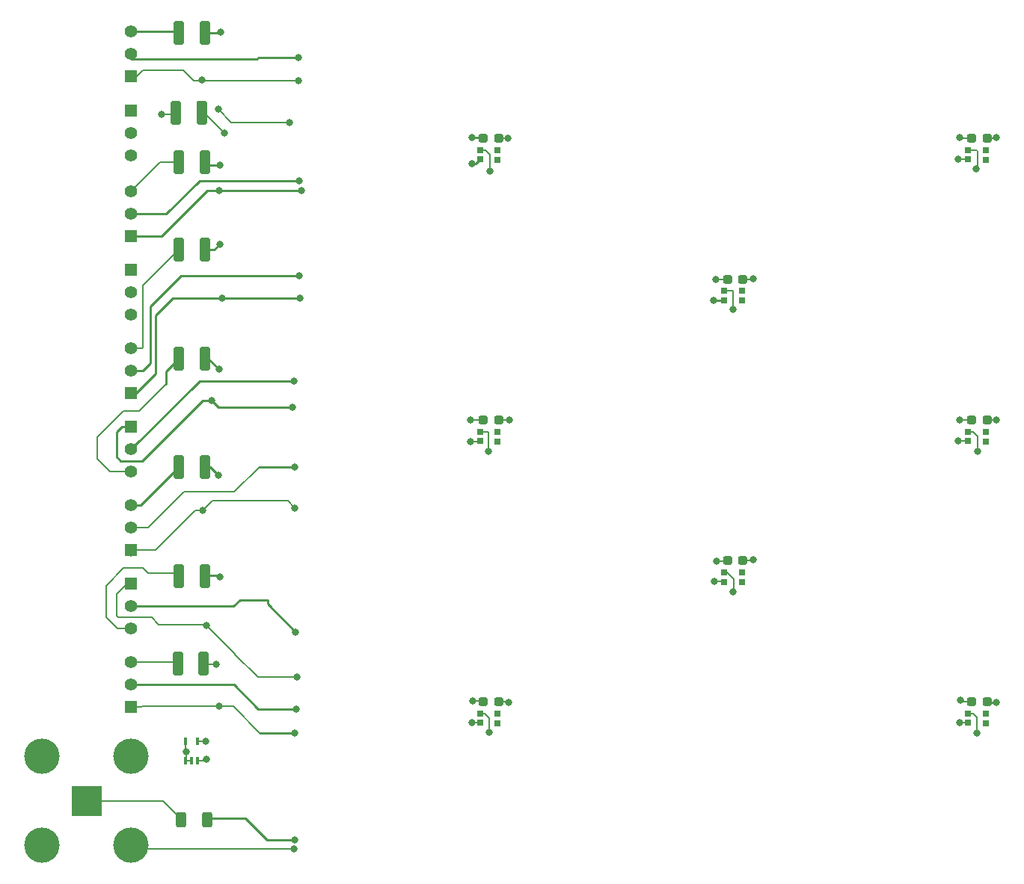
<source format=gbr>
%TF.GenerationSoftware,KiCad,Pcbnew,(6.0.8-1)-1*%
%TF.CreationDate,2023-09-21T15:44:44-04:00*%
%TF.ProjectId,Untitled,556e7469-746c-4656-942e-6b696361645f,rev?*%
%TF.SameCoordinates,Original*%
%TF.FileFunction,Copper,L1,Top*%
%TF.FilePolarity,Positive*%
%FSLAX46Y46*%
G04 Gerber Fmt 4.6, Leading zero omitted, Abs format (unit mm)*
G04 Created by KiCad (PCBNEW (6.0.8-1)-1) date 2023-09-21 15:44:44*
%MOMM*%
%LPD*%
G01*
G04 APERTURE LIST*
G04 Aperture macros list*
%AMRoundRect*
0 Rectangle with rounded corners*
0 $1 Rounding radius*
0 $2 $3 $4 $5 $6 $7 $8 $9 X,Y pos of 4 corners*
0 Add a 4 corners polygon primitive as box body*
4,1,4,$2,$3,$4,$5,$6,$7,$8,$9,$2,$3,0*
0 Add four circle primitives for the rounded corners*
1,1,$1+$1,$2,$3*
1,1,$1+$1,$4,$5*
1,1,$1+$1,$6,$7*
1,1,$1+$1,$8,$9*
0 Add four rect primitives between the rounded corners*
20,1,$1+$1,$2,$3,$4,$5,0*
20,1,$1+$1,$4,$5,$6,$7,0*
20,1,$1+$1,$6,$7,$8,$9,0*
20,1,$1+$1,$8,$9,$2,$3,0*%
G04 Aperture macros list end*
%TA.AperFunction,SMDPad,CuDef*%
%ADD10RoundRect,0.250000X-0.325000X-1.100000X0.325000X-1.100000X0.325000X1.100000X-0.325000X1.100000X0*%
%TD*%
%TA.AperFunction,SMDPad,CuDef*%
%ADD11RoundRect,0.087500X-0.087500X-0.337500X0.087500X-0.337500X0.087500X0.337500X-0.087500X0.337500X0*%
%TD*%
%TA.AperFunction,SMDPad,CuDef*%
%ADD12R,0.700000X0.700000*%
%TD*%
%TA.AperFunction,SMDPad,CuDef*%
%ADD13RoundRect,0.250000X-0.312500X-0.625000X0.312500X-0.625000X0.312500X0.625000X-0.312500X0.625000X0*%
%TD*%
%TA.AperFunction,SMDPad,CuDef*%
%ADD14RoundRect,0.237500X-0.287500X-0.237500X0.287500X-0.237500X0.287500X0.237500X-0.287500X0.237500X0*%
%TD*%
%TA.AperFunction,ComponentPad*%
%ADD15R,1.397000X1.397000*%
%TD*%
%TA.AperFunction,ComponentPad*%
%ADD16C,1.397000*%
%TD*%
%TA.AperFunction,ComponentPad*%
%ADD17R,3.500000X3.500000*%
%TD*%
%TA.AperFunction,ComponentPad*%
%ADD18C,4.000000*%
%TD*%
%TA.AperFunction,ViaPad*%
%ADD19C,0.800000*%
%TD*%
%TA.AperFunction,Conductor*%
%ADD20C,0.250000*%
%TD*%
%TA.AperFunction,Conductor*%
%ADD21C,0.200000*%
%TD*%
G04 APERTURE END LIST*
D10*
%TO.P,10 nF,1*%
%TO.N,N/C*%
X64525000Y-107600000D03*
%TO.P,10 nF,2*%
X67475000Y-107600000D03*
%TD*%
D11*
%TO.P,Temp1,1*%
%TO.N,N/C*%
X65450000Y-118600000D03*
%TO.P,Temp1,2*%
X66100000Y-118600000D03*
%TO.P,Temp1,3*%
X66750000Y-118600000D03*
%TO.P,Temp1,4*%
X66750000Y-116400000D03*
%TO.P,Temp1,5*%
X65450000Y-116400000D03*
%TD*%
D12*
%TO.P,REF\u002A\u002A,1*%
%TO.N,N/C*%
X100752500Y-49460000D03*
%TO.P,REF\u002A\u002A,2*%
X98727500Y-49460000D03*
%TO.P,REF\u002A\u002A,3*%
X98727500Y-50510000D03*
%TO.P,REF\u002A\u002A,4*%
X100752500Y-50560000D03*
%TD*%
D13*
%TO.P,50 \u03A9,1*%
%TO.N,N/C*%
X64937500Y-125300000D03*
%TO.P,50 \u03A9,2*%
X67862500Y-125300000D03*
%TD*%
D10*
%TO.P,10 nF,1*%
%TO.N,N/C*%
X64325000Y-45200000D03*
%TO.P,10 nF,2*%
X67275000Y-45200000D03*
%TD*%
%TO.P,10 nF,1*%
%TO.N,N/C*%
X64625000Y-36145716D03*
%TO.P,10 nF,2*%
X67575000Y-36145716D03*
%TD*%
D14*
%TO.P,REF\u002A\u002A,1*%
%TO.N,N/C*%
X154395000Y-48125000D03*
%TO.P,REF\u002A\u002A,2*%
X156145000Y-48125000D03*
%TD*%
D15*
%TO.P,REF\u002A\u002A,1*%
%TO.N,N/C*%
X59200000Y-59200000D03*
D16*
%TO.P,REF\u002A\u002A,2*%
X59200000Y-56660000D03*
%TO.P,REF\u002A\u002A,3*%
X59200000Y-54120000D03*
%TD*%
D12*
%TO.P,REF\u002A\u002A,1*%
%TO.N,N/C*%
X156022500Y-113280000D03*
%TO.P,REF\u002A\u002A,2*%
X153997500Y-113280000D03*
%TO.P,REF\u002A\u002A,3*%
X153997500Y-114330000D03*
%TO.P,REF\u002A\u002A,4*%
X156022500Y-114380000D03*
%TD*%
D14*
%TO.P,REF\u002A\u002A,1*%
%TO.N,N/C*%
X99125000Y-80035000D03*
%TO.P,REF\u002A\u002A,2*%
X100875000Y-80035000D03*
%TD*%
D17*
%TO.P,LEDs,1*%
%TO.N,N/C*%
X54200000Y-123200000D03*
D18*
%TO.P,LEDs,2*%
X49175000Y-118175000D03*
X49175000Y-128225000D03*
X59225000Y-128225000D03*
X59225000Y-118175000D03*
%TD*%
D12*
%TO.P,REF\u002A\u002A,1*%
%TO.N,N/C*%
X100752500Y-81370000D03*
%TO.P,REF\u002A\u002A,2*%
X98727500Y-81370000D03*
%TO.P,REF\u002A\u002A,3*%
X98727500Y-82420000D03*
%TO.P,REF\u002A\u002A,4*%
X100752500Y-82470000D03*
%TD*%
D10*
%TO.P,10 nF,1*%
%TO.N,N/C*%
X64625000Y-73072857D03*
%TO.P,10 nF,2*%
X67575000Y-73072857D03*
%TD*%
D15*
%TO.P,REF\u002A\u002A,1*%
%TO.N,N/C*%
X59250100Y-41100000D03*
D16*
%TO.P,REF\u002A\u002A,2*%
X59250100Y-38560000D03*
%TO.P,REF\u002A\u002A,3*%
X59250100Y-36020000D03*
%TD*%
D15*
%TO.P,REF\u002A\u002A,1*%
%TO.N,N/C*%
X59250100Y-76987500D03*
D16*
%TO.P,REF\u002A\u002A,2*%
X59250100Y-74447500D03*
%TO.P,REF\u002A\u002A,3*%
X59250100Y-71907500D03*
%TD*%
D14*
%TO.P,REF\u002A\u002A,1*%
%TO.N,N/C*%
X154395000Y-111945000D03*
%TO.P,REF\u002A\u002A,2*%
X156145000Y-111945000D03*
%TD*%
%TO.P,REF\u002A\u002A,1*%
%TO.N,N/C*%
X154395000Y-80035000D03*
%TO.P,REF\u002A\u002A,2*%
X156145000Y-80035000D03*
%TD*%
D12*
%TO.P,REF\u002A\u002A,1*%
%TO.N,N/C*%
X128382500Y-97320000D03*
%TO.P,REF\u002A\u002A,2*%
X126357500Y-97320000D03*
%TO.P,REF\u002A\u002A,3*%
X126357500Y-98370000D03*
%TO.P,REF\u002A\u002A,4*%
X128382500Y-98420000D03*
%TD*%
D10*
%TO.P,10 nF,1*%
%TO.N,N/C*%
X64625000Y-60763810D03*
%TO.P,10 nF,2*%
X67575000Y-60763810D03*
%TD*%
%TO.P,10 nF,1*%
%TO.N,N/C*%
X64625000Y-50800000D03*
%TO.P,10 nF,2*%
X67575000Y-50800000D03*
%TD*%
D12*
%TO.P,REF\u002A\u002A,1*%
%TO.N,N/C*%
X100752500Y-113280000D03*
%TO.P,REF\u002A\u002A,2*%
X98727500Y-113280000D03*
%TO.P,REF\u002A\u002A,3*%
X98727500Y-114330000D03*
%TO.P,REF\u002A\u002A,4*%
X100752500Y-114380000D03*
%TD*%
%TO.P,REF\u002A\u002A,1*%
%TO.N,N/C*%
X156022500Y-81370000D03*
%TO.P,REF\u002A\u002A,2*%
X153997500Y-81370000D03*
%TO.P,REF\u002A\u002A,3*%
X153997500Y-82420000D03*
%TO.P,REF\u002A\u002A,4*%
X156022500Y-82470000D03*
%TD*%
%TO.P,REF\u002A\u002A,1*%
%TO.N,N/C*%
X156022500Y-49460000D03*
%TO.P,REF\u002A\u002A,2*%
X153997500Y-49460000D03*
%TO.P,REF\u002A\u002A,3*%
X153997500Y-50510000D03*
%TO.P,REF\u002A\u002A,4*%
X156022500Y-50560000D03*
%TD*%
D14*
%TO.P,REF\u002A\u002A,1*%
%TO.N,N/C*%
X99125000Y-111945000D03*
%TO.P,REF\u002A\u002A,2*%
X100875000Y-111945000D03*
%TD*%
%TO.P,REF\u002A\u002A,1*%
%TO.N,N/C*%
X99125000Y-48125000D03*
%TO.P,REF\u002A\u002A,2*%
X100875000Y-48125000D03*
%TD*%
D10*
%TO.P,10 nF,1*%
%TO.N,N/C*%
X64625000Y-85381904D03*
%TO.P,10 nF,2*%
X67575000Y-85381904D03*
%TD*%
D15*
%TO.P,REF\u002A\u002A,1*%
%TO.N,N/C*%
X59250100Y-94787500D03*
D16*
%TO.P,REF\u002A\u002A,2*%
X59250100Y-92247500D03*
%TO.P,REF\u002A\u002A,3*%
X59250100Y-89707500D03*
%TD*%
D14*
%TO.P,REF\u002A\u002A,1*%
%TO.N,N/C*%
X126755000Y-95985000D03*
%TO.P,REF\u002A\u002A,2*%
X128505000Y-95985000D03*
%TD*%
D15*
%TO.P,REF\u002A\u002A,1*%
%TO.N,N/C*%
X59250100Y-112587500D03*
D16*
%TO.P,REF\u002A\u002A,2*%
X59250100Y-110047500D03*
%TO.P,REF\u002A\u002A,3*%
X59250100Y-107507500D03*
%TD*%
D10*
%TO.P,10 nF,1*%
%TO.N,N/C*%
X64625000Y-97690951D03*
%TO.P,10 nF,2*%
X67575000Y-97690951D03*
%TD*%
D12*
%TO.P,REF\u002A\u002A,1*%
%TO.N,N/C*%
X128382500Y-65410000D03*
%TO.P,REF\u002A\u002A,2*%
X126357500Y-65410000D03*
%TO.P,REF\u002A\u002A,3*%
X126357500Y-66460000D03*
%TO.P,REF\u002A\u002A,4*%
X128382500Y-66510000D03*
%TD*%
D14*
%TO.P,REF\u002A\u002A,1*%
%TO.N,N/C*%
X126755000Y-64075000D03*
%TO.P,REF\u002A\u002A,2*%
X128505000Y-64075000D03*
%TD*%
D15*
%TO.P,REF\u002A\u002A,1*%
%TO.N,N/C*%
X59250100Y-80812500D03*
D16*
%TO.P,REF\u002A\u002A,2*%
X59250100Y-83352500D03*
%TO.P,REF\u002A\u002A,3*%
X59250100Y-85892500D03*
%TD*%
D15*
%TO.P,REF\u002A\u002A,1*%
%TO.N,N/C*%
X59200000Y-45000000D03*
D16*
%TO.P,REF\u002A\u002A,2*%
X59200000Y-47540000D03*
%TO.P,REF\u002A\u002A,3*%
X59200000Y-50080000D03*
%TD*%
D15*
%TO.P,REF\u002A\u002A,1*%
%TO.N,N/C*%
X59250100Y-98612500D03*
D16*
%TO.P,REF\u002A\u002A,2*%
X59250100Y-101152500D03*
%TO.P,REF\u002A\u002A,3*%
X59250100Y-103692500D03*
%TD*%
D15*
%TO.P,REF\u002A\u002A,1*%
%TO.N,N/C*%
X59250100Y-63012500D03*
D16*
%TO.P,REF\u002A\u002A,2*%
X59250100Y-65552500D03*
%TO.P,REF\u002A\u002A,3*%
X59250100Y-68092500D03*
%TD*%
D19*
%TO.N,*%
X69300000Y-51200000D03*
X78170000Y-41630000D03*
X77740114Y-85359886D03*
X69100000Y-44800000D03*
X69200000Y-54000000D03*
X97800000Y-51000000D03*
X153100000Y-111800000D03*
X78500000Y-54000000D03*
X154900000Y-51600000D03*
X99800000Y-115400000D03*
X97800000Y-48000000D03*
X157200000Y-112000000D03*
X127400000Y-99500000D03*
X127400000Y-67500000D03*
X67800000Y-118500000D03*
X99900000Y-51800000D03*
X78200000Y-39000000D03*
X97700000Y-82500000D03*
X65500000Y-117600000D03*
X157200000Y-48000000D03*
X125500000Y-96000000D03*
X67400000Y-90300000D03*
X67300000Y-41500000D03*
X125400000Y-64100000D03*
X77790000Y-115510000D03*
X69100000Y-86300000D03*
X153000000Y-48000000D03*
X99700000Y-83600000D03*
X77969648Y-112830352D03*
X97800000Y-114300000D03*
X153000000Y-80000000D03*
X77800000Y-90000000D03*
X97700000Y-80000000D03*
X102000000Y-112000000D03*
X69200000Y-74300000D03*
X78348210Y-66251790D03*
X69600000Y-66251790D03*
X77700000Y-75600000D03*
X77200000Y-46300000D03*
X97900000Y-111900000D03*
X129700000Y-95900000D03*
X78000000Y-109200000D03*
X67700000Y-116400000D03*
X69400000Y-36100000D03*
X77800000Y-127600000D03*
X129700000Y-64000000D03*
X78300000Y-52900000D03*
X77541068Y-78558932D03*
X102100000Y-80000000D03*
X155100000Y-83600000D03*
X69300000Y-60100000D03*
X67800000Y-103300000D03*
X77850000Y-104050000D03*
X78288210Y-63711790D03*
X68400000Y-77800000D03*
X152900000Y-82400000D03*
X68900000Y-107700000D03*
X153000000Y-114300000D03*
X125300000Y-98300000D03*
X62700000Y-45400000D03*
X77700000Y-128600000D03*
X157200000Y-80000000D03*
X101900000Y-48100000D03*
X69200000Y-112500000D03*
X155000000Y-115500000D03*
X125200000Y-66500000D03*
X69300000Y-97800000D03*
X152900000Y-50500000D03*
X69800000Y-47500000D03*
%TD*%
D20*
%TO.N,*%
X125200000Y-66500000D02*
X126317500Y-66500000D01*
D21*
X70800000Y-112500000D02*
X73800000Y-115500000D01*
X60492500Y-71907500D02*
X60600000Y-71800000D01*
D20*
X68636190Y-60763810D02*
X67575000Y-60763810D01*
X98237500Y-51000000D02*
X98727500Y-50510000D01*
D21*
X97700000Y-82500000D02*
X98647500Y-82500000D01*
D20*
X70877148Y-110047500D02*
X59250100Y-110047500D01*
D21*
X155000000Y-113700000D02*
X155000000Y-115500000D01*
X157075000Y-48125000D02*
X157200000Y-48000000D01*
X66750000Y-116400000D02*
X67700000Y-116400000D01*
X62012500Y-94787500D02*
X59250100Y-94787500D01*
X67500000Y-45200000D02*
X67275000Y-45200000D01*
D20*
X57600000Y-84200000D02*
X57600000Y-81400000D01*
D21*
X153967500Y-114300000D02*
X153997500Y-114330000D01*
X77000000Y-89200000D02*
X77800000Y-90000000D01*
D20*
X59812500Y-76987500D02*
X59250100Y-76987500D01*
D21*
X57692500Y-103692500D02*
X56400000Y-102400000D01*
X59250100Y-41127500D02*
X59872500Y-41127500D01*
X154580000Y-113280000D02*
X155000000Y-113700000D01*
X154395000Y-80035000D02*
X153035000Y-80035000D01*
X102065000Y-80035000D02*
X102100000Y-80000000D01*
X99090000Y-80000000D02*
X99125000Y-80035000D01*
D20*
X68400000Y-77800000D02*
X69158932Y-78558932D01*
D21*
X59296884Y-103200000D02*
X59270100Y-103173216D01*
D20*
X78200000Y-39000000D02*
X73600000Y-39000000D01*
X64499284Y-36020000D02*
X64625000Y-36145716D01*
D21*
X126357500Y-97320000D02*
X126720000Y-97320000D01*
X99700000Y-81400000D02*
X99700000Y-83600000D01*
X66750000Y-118600000D02*
X67700000Y-118600000D01*
X152920000Y-82420000D02*
X152900000Y-82400000D01*
D20*
X69300000Y-60100000D02*
X68636190Y-60763810D01*
D21*
X67575000Y-107700000D02*
X67475000Y-107600000D01*
X59250100Y-94787500D02*
X59250100Y-95450100D01*
X65450000Y-117550000D02*
X65500000Y-117600000D01*
X56400000Y-98800000D02*
X58400000Y-96800000D01*
X126720000Y-97320000D02*
X127500000Y-98100000D01*
X60387500Y-112587500D02*
X60475000Y-112500000D01*
X62400000Y-103200000D02*
X61600000Y-102400000D01*
D20*
X70847500Y-101152500D02*
X59250100Y-101152500D01*
D21*
X99280000Y-113280000D02*
X99800000Y-113800000D01*
D20*
X67975000Y-51200000D02*
X67575000Y-50800000D01*
D21*
X155100000Y-81900000D02*
X155100000Y-83600000D01*
X153997500Y-82420000D02*
X152920000Y-82420000D01*
X65450000Y-118600000D02*
X66100000Y-118600000D01*
D20*
X67002600Y-75600000D02*
X77700000Y-75600000D01*
X78348210Y-66251790D02*
X65451790Y-66251790D01*
D21*
X125300000Y-98300000D02*
X126287500Y-98300000D01*
D20*
X67972857Y-73072857D02*
X67575000Y-73072857D01*
X97800000Y-51000000D02*
X98237500Y-51000000D01*
D21*
X67400000Y-90300000D02*
X66500000Y-90300000D01*
X156145000Y-48125000D02*
X157075000Y-48125000D01*
X97900000Y-111900000D02*
X99080000Y-111900000D01*
D20*
X78300000Y-52900000D02*
X67000000Y-52900000D01*
X156200000Y-112000000D02*
X156145000Y-111945000D01*
D21*
X154960000Y-49460000D02*
X155100000Y-49600000D01*
D20*
X59250100Y-83352500D02*
X67002600Y-75600000D01*
D21*
X57600000Y-102200000D02*
X57600000Y-99800000D01*
X57600000Y-99800000D02*
X58787500Y-98612500D01*
X59872500Y-41127500D02*
X60600000Y-40400000D01*
D20*
X61400000Y-73600000D02*
X60552500Y-74447500D01*
D21*
X99670000Y-81370000D02*
X99700000Y-81400000D01*
X61152500Y-92247500D02*
X65200000Y-88200000D01*
X153987500Y-50500000D02*
X153997500Y-50510000D01*
X98647500Y-82500000D02*
X98727500Y-82420000D01*
D20*
X157200000Y-112000000D02*
X156200000Y-112000000D01*
X61400000Y-67200000D02*
X61400000Y-73600000D01*
X57600000Y-81400000D02*
X58187500Y-80812500D01*
D21*
X55400000Y-82000000D02*
X55400000Y-84400000D01*
D20*
X73600000Y-39000000D02*
X73502494Y-39097506D01*
X64625000Y-73072857D02*
X63200000Y-74497857D01*
X67862500Y-125300000D02*
X67962500Y-125200000D01*
X71600000Y-100400000D02*
X70847500Y-101152500D01*
D21*
X70919772Y-88200000D02*
X73759886Y-85359886D01*
X61600000Y-102400000D02*
X57800000Y-102400000D01*
D20*
X97800000Y-48000000D02*
X99000000Y-48000000D01*
D21*
X127290000Y-65410000D02*
X126357500Y-65410000D01*
X60600000Y-71800000D02*
X60600000Y-64788810D01*
D20*
X69158932Y-78558932D02*
X77541068Y-78558932D01*
D21*
X58650000Y-128600000D02*
X77700000Y-128600000D01*
D20*
X77740114Y-85359886D02*
X73759886Y-85359886D01*
D21*
X155100000Y-51400000D02*
X154900000Y-51600000D01*
D20*
X59250100Y-36020000D02*
X64499284Y-36020000D01*
D21*
X153997500Y-81370000D02*
X154570000Y-81370000D01*
X68500000Y-89200000D02*
X77000000Y-89200000D01*
X62700000Y-45400000D02*
X64125000Y-45400000D01*
X126740000Y-96000000D02*
X126755000Y-95985000D01*
X65140000Y-40400000D02*
X66370000Y-41630000D01*
D20*
X67000000Y-52900000D02*
X63240000Y-56660000D01*
D21*
X61200000Y-97400000D02*
X64334049Y-97400000D01*
X152900000Y-50500000D02*
X153987500Y-50500000D01*
X60200000Y-79000000D02*
X63200000Y-76000000D01*
X67700000Y-103200000D02*
X62400000Y-103200000D01*
D20*
X63948210Y-66251790D02*
X62000000Y-68200000D01*
D21*
X129615000Y-95985000D02*
X129700000Y-95900000D01*
X67800000Y-103300000D02*
X71000000Y-106500000D01*
X62837500Y-123200000D02*
X64837500Y-125200000D01*
D20*
X67575000Y-36145716D02*
X69354284Y-36145716D01*
D21*
X60600000Y-40400000D02*
X65140000Y-40400000D01*
X58400000Y-79000000D02*
X55400000Y-82000000D01*
X67700000Y-118600000D02*
X67800000Y-118500000D01*
X62520000Y-50800000D02*
X64625000Y-50800000D01*
X59250100Y-71907500D02*
X60492500Y-71907500D01*
X60475000Y-112500000D02*
X70800000Y-112500000D01*
X65200000Y-88200000D02*
X70919772Y-88200000D01*
X67800000Y-103300000D02*
X67700000Y-103200000D01*
X64432500Y-107507500D02*
X64525000Y-107600000D01*
D20*
X78288210Y-63711790D02*
X64888210Y-63711790D01*
D21*
X58400000Y-96800000D02*
X60600000Y-96800000D01*
D20*
X68181904Y-85381904D02*
X67575000Y-85381904D01*
D21*
X99900000Y-51800000D02*
X99900000Y-50000000D01*
X153000000Y-114300000D02*
X153967500Y-114300000D01*
D20*
X69200000Y-54000000D02*
X67900000Y-54000000D01*
D21*
X67400000Y-90300000D02*
X68500000Y-89200000D01*
D20*
X62000000Y-68200000D02*
X62000000Y-74800000D01*
D21*
X126730000Y-64100000D02*
X126755000Y-64075000D01*
D20*
X73799648Y-115510000D02*
X77790000Y-115510000D01*
X63200000Y-74497857D02*
X63200000Y-76000000D01*
X77850000Y-104050000D02*
X74700000Y-100900000D01*
D21*
X97830000Y-114330000D02*
X97800000Y-114300000D01*
X57800000Y-102400000D02*
X57600000Y-102200000D01*
X99080000Y-111900000D02*
X99125000Y-111945000D01*
D20*
X60552500Y-74447500D02*
X59250100Y-74447500D01*
D21*
X153245000Y-111945000D02*
X153100000Y-111800000D01*
X66370000Y-41630000D02*
X78170000Y-41630000D01*
X56400000Y-102400000D02*
X56400000Y-98800000D01*
X100875000Y-48125000D02*
X101875000Y-48125000D01*
X59250100Y-92247500D02*
X61152500Y-92247500D01*
X154395000Y-48125000D02*
X153125000Y-48125000D01*
D20*
X69300000Y-51200000D02*
X67975000Y-51200000D01*
D21*
X66750000Y-44000000D02*
X67500000Y-44000000D01*
D20*
X67962500Y-125200000D02*
X72200000Y-125200000D01*
D21*
X156145000Y-80035000D02*
X157165000Y-80035000D01*
X58787500Y-98612500D02*
X59250100Y-98612500D01*
X98727500Y-114330000D02*
X97830000Y-114330000D01*
D20*
X64888210Y-63711790D02*
X61400000Y-67200000D01*
D21*
X60200000Y-79000000D02*
X58400000Y-79000000D01*
D20*
X72200000Y-125200000D02*
X74600000Y-127600000D01*
D21*
X99360000Y-49460000D02*
X98727500Y-49460000D01*
X99900000Y-50000000D02*
X99360000Y-49460000D01*
X70600000Y-46300000D02*
X77200000Y-46300000D01*
X61407500Y-107507500D02*
X64432500Y-107507500D01*
D20*
X67342600Y-77800000D02*
X60471300Y-84671300D01*
X69100000Y-86300000D02*
X68181904Y-85381904D01*
D21*
X154395000Y-111945000D02*
X153245000Y-111945000D01*
X64334049Y-97400000D02*
X64722619Y-97788570D01*
D20*
X77969648Y-112830352D02*
X73660000Y-112830352D01*
D21*
X65500000Y-117600000D02*
X65500000Y-118550000D01*
X99800000Y-113800000D02*
X99800000Y-115400000D01*
D20*
X63240000Y-56660000D02*
X59200000Y-56660000D01*
X60299404Y-89707500D02*
X64570716Y-85436188D01*
D21*
X153125000Y-48125000D02*
X153000000Y-48000000D01*
D20*
X62000000Y-74800000D02*
X59812500Y-76987500D01*
X126317500Y-66500000D02*
X126357500Y-66460000D01*
D21*
X65500000Y-118550000D02*
X65450000Y-118600000D01*
D20*
X67592621Y-97673330D02*
X67575000Y-97690951D01*
D21*
X56892500Y-85892500D02*
X59250100Y-85892500D01*
D20*
X74600000Y-127600000D02*
X77800000Y-127600000D01*
X69200000Y-74300000D02*
X67972857Y-73072857D01*
D21*
X157165000Y-80035000D02*
X157200000Y-80000000D01*
X125400000Y-64100000D02*
X126730000Y-64100000D01*
X97700000Y-80000000D02*
X99090000Y-80000000D01*
X101945000Y-111945000D02*
X102000000Y-112000000D01*
D20*
X58071300Y-84671300D02*
X57600000Y-84200000D01*
X69600000Y-66251790D02*
X63948210Y-66251790D01*
X69354284Y-36145716D02*
X69400000Y-36100000D01*
D21*
X69800000Y-47500000D02*
X67500000Y-45200000D01*
X128505000Y-95985000D02*
X129615000Y-95985000D01*
X59250100Y-112587500D02*
X60387500Y-112587500D01*
X153997500Y-113280000D02*
X154580000Y-113280000D01*
X128505000Y-64075000D02*
X129625000Y-64075000D01*
X153035000Y-80035000D02*
X153000000Y-80000000D01*
X100875000Y-111945000D02*
X101945000Y-111945000D01*
X98727500Y-81370000D02*
X99670000Y-81370000D01*
X73600000Y-109200000D02*
X78000000Y-109200000D01*
X155100000Y-49600000D02*
X155100000Y-51400000D01*
D20*
X69173330Y-97673330D02*
X67592621Y-97673330D01*
X74700000Y-100900000D02*
X74700000Y-100400000D01*
D21*
X127500000Y-99400000D02*
X127400000Y-99500000D01*
D20*
X99000000Y-48000000D02*
X99125000Y-48125000D01*
D21*
X98727500Y-113280000D02*
X99280000Y-113280000D01*
X59200000Y-54120000D02*
X62520000Y-50800000D01*
X64125000Y-45400000D02*
X64325000Y-45200000D01*
X127300000Y-65400000D02*
X127290000Y-65410000D01*
X60600000Y-64788810D02*
X64625000Y-60763810D01*
D20*
X73660000Y-112830352D02*
X70877148Y-110047500D01*
D21*
X59250100Y-103692500D02*
X57692500Y-103692500D01*
D20*
X74700000Y-100400000D02*
X71600000Y-100400000D01*
D21*
X154570000Y-81370000D02*
X155100000Y-81900000D01*
X127500000Y-98100000D02*
X127500000Y-99400000D01*
X100875000Y-80035000D02*
X102065000Y-80035000D01*
X129625000Y-64075000D02*
X129700000Y-64000000D01*
X69100000Y-44800000D02*
X70600000Y-46300000D01*
X66750000Y-46200000D02*
X67600000Y-46200000D01*
X65450000Y-116400000D02*
X65450000Y-117550000D01*
X126287500Y-98300000D02*
X126357500Y-98370000D01*
X127400000Y-65500000D02*
X127300000Y-65400000D01*
D20*
X62700000Y-59200000D02*
X59200000Y-59200000D01*
D21*
X101875000Y-48125000D02*
X101900000Y-48100000D01*
X59250100Y-107507500D02*
X61407500Y-107507500D01*
X68900000Y-107700000D02*
X67575000Y-107700000D01*
D20*
X69200000Y-54000000D02*
X78500000Y-54000000D01*
D21*
X71000000Y-106600000D02*
X73600000Y-109200000D01*
D20*
X59250100Y-89707500D02*
X60299404Y-89707500D01*
D21*
X125500000Y-96000000D02*
X126740000Y-96000000D01*
D20*
X68400000Y-77800000D02*
X67342600Y-77800000D01*
D21*
X127400000Y-67500000D02*
X127400000Y-65500000D01*
X71000000Y-106500000D02*
X71000000Y-106600000D01*
D20*
X67900000Y-54000000D02*
X62700000Y-59200000D01*
X69300000Y-97800000D02*
X69173330Y-97673330D01*
X58187500Y-80812500D02*
X59250100Y-80812500D01*
D21*
X55400000Y-84400000D02*
X56892500Y-85892500D01*
X153997500Y-49460000D02*
X154960000Y-49460000D01*
X66500000Y-90300000D02*
X62012500Y-94787500D01*
X54200000Y-123200000D02*
X62837500Y-123200000D01*
D20*
X73502494Y-39097506D02*
X59270100Y-39097506D01*
D21*
X60600000Y-96800000D02*
X61200000Y-97400000D01*
D20*
X60471300Y-84671300D02*
X58071300Y-84671300D01*
%TD*%
M02*

</source>
